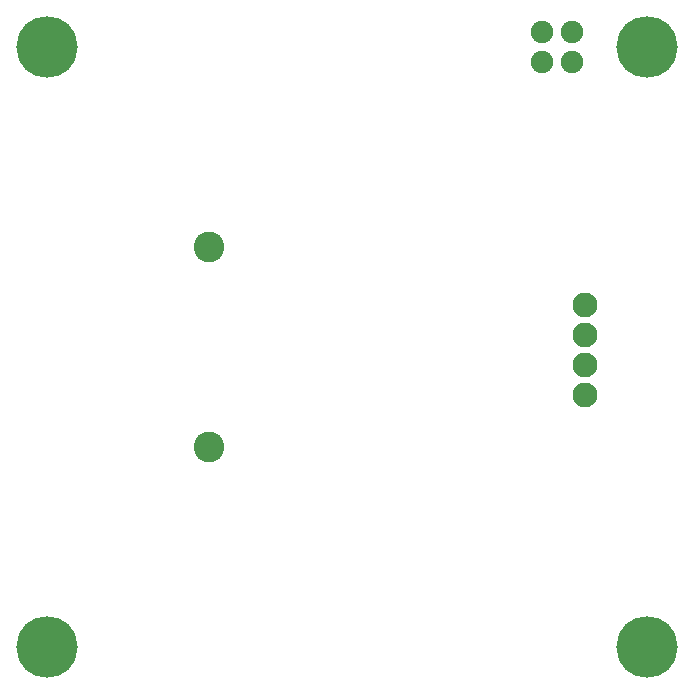
<source format=gbs>
G04 Layer: BottomSolderMaskLayer*
G04 Panelize: , Column: 2, Row: 2, Board Size: 58.42mm x 58.42mm, Panelized Board Size: 118.84mm x 118.84mm*
G04 EasyEDA v6.5.34, 2023-08-21 18:11:39*
G04 e033e4da8f4f40f2a2828097716e79b9,5a6b42c53f6a479593ecc07194224c93,10*
G04 Gerber Generator version 0.2*
G04 Scale: 100 percent, Rotated: No, Reflected: No *
G04 Dimensions in millimeters *
G04 leading zeros omitted , absolute positions ,4 integer and 5 decimal *
%FSLAX45Y45*%
%MOMM*%

%ADD10C,5.2032*%
%ADD11C,2.1016*%
%ADD12C,1.9016*%
%ADD13C,2.6016*%

%LPD*%
D10*
G01*
X381000Y5461000D03*
D11*
G01*
X4931206Y3274161D03*
G01*
X4931206Y2512161D03*
G01*
X4931206Y2766161D03*
G01*
X4931206Y3020161D03*
D12*
G01*
X4572000Y5588000D03*
G01*
X4572000Y5334000D03*
G01*
X4826000Y5334000D03*
G01*
X4826000Y5588000D03*
D10*
G01*
X381000Y381000D03*
G01*
X5461000Y381000D03*
G01*
X5461000Y5461000D03*
D13*
G01*
X1752600Y2075687D03*
G01*
X1750720Y3766312D03*
M02*

</source>
